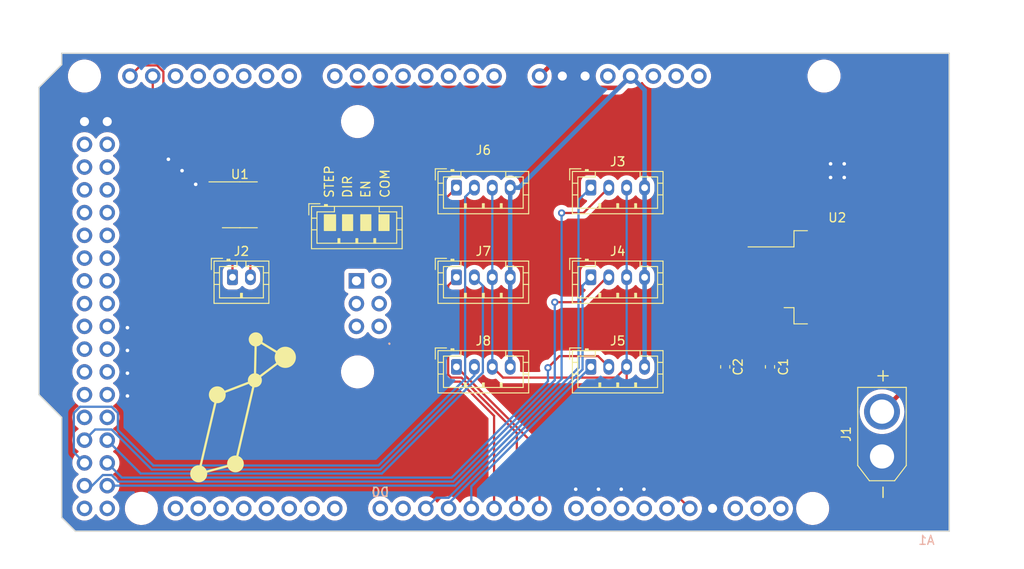
<source format=kicad_pcb>
(kicad_pcb (version 20221018) (generator pcbnew)
  (layers (0 "F.Cu" signal) (31 "B.Cu" signal) (34 "B.Paste" user) (35 "F.Paste" user) (36 "B.SilkS" user "B.Silkscreen") (37 "F.SilkS" user "F.Silkscreen") (38 "B.Mask" user) (39 "F.Mask" user) (44 "Edge.Cuts" user))
  (net 0 "")
  (net 1 "GND")
  (net 2 "Net-(U2-OUT)")
  (net 3 "Net-(A1-CANTX)")
  (net 4 "Net-(A1-3.3V)")
  (net 5 "Net-(A1-CANRX)")
  (net 7 "Net-(U1-CANL)")
  (net 8 "Net-(U1-CANH)")
  (net 10 "Net-(A1-PadD2)")
  (net 11 "Net-(A1-PadD22)")
  (net 12 "Net-(A1-PadD13)")
  (net 13 "Net-(A1-PadD3)")
  (net 14 "Net-(A1-PadD23)")
  (net 15 "Net-(A1-D4_CS1)")
  (net 16 "Net-(A1-PadD24)")
  (net 17 "Net-(A1-PadD5)")
  (net 18 "Net-(A1-PadD25)")
  (net 19 "Net-(A1-PadD6)")
  (net 20 "Net-(A1-PadD26)")
  (net 21 "Net-(A1-PadD7)")
  (net 22 "Net-(A1-PadD27)")
  (net 92 "Net-(J1-Pin_2)")
  (footprint "Connector_JST:JST_PH_B4B-PH-K_1x04_P2.00mm_Vertical" (layer "F.Cu") (at 70 40)
    (fp_text reference "J6" (at 3 -4.186) (layer "F.SilkS"))
    (fp_text value "Motor 4")
    (pad "1" thru_hole roundrect (at 0 0) (size 1.2 1.75) (drill 0.75) (layers "*.Cu" "*.Mask") (roundrect_rratio 0.2083333333) (net 17 "Net-(A1-PadD5)"))
    (pad "2" thru_hole oval (at 2 0) (size 1.2 1.75) (drill 0.75) (layers "*.Cu" "*.Mask") (net 18 "Net-(A1-PadD25)"))
    (pad "3" thru_hole oval (at 4 0) (size 1.2 1.75) (drill 0.75) (layers "*.Cu" "*.Mask") (net 12 "Net-(A1-PadD13)"))
    (pad "4" thru_hole oval (at 6 0) (size 1.2 1.75) (drill 0.75) (layers "*.Cu" "*.Mask") (net 4 "Net-(A1-3.3V)"))
  )
  (footprint "Connector_JST:JST_PH_B4B-PH-K_1x04_P2.00mm_Vertical" (layer "F.Cu") (at 70 60)
    (fp_text reference "J8" (at 3 -2.9) (layer "F.SilkS"))
    (fp_text value "Motor 6")
    (pad "1" thru_hole roundrect (at 0 0) (size 1.2 1.75) (drill 0.75) (layers "*.Cu" "*.Mask") (roundrect_rratio 0.2083333333) (net 21 "Net-(A1-PadD7)"))
    (pad "2" thru_hole oval (at 2 0) (size 1.2 1.75) (drill 0.75) (layers "*.Cu" "*.Mask") (net 22 "Net-(A1-PadD27)"))
    (pad "3" thru_hole oval (at 4 0) (size 1.2 1.75) (drill 0.75) (layers "*.Cu" "*.Mask") (net 12 "Net-(A1-PadD13)"))
    (pad "4" thru_hole oval (at 6 0) (size 1.2 1.75) (drill 0.75) (layers "*.Cu" "*.Mask") (net 4 "Net-(A1-3.3V)"))
  )
  (footprint "Capacitor_SMD:C_0603_1608Metric_Pad1.08x0.95mm_HandSolder" (layer "F.Cu") (at 100 60 -90)
    (fp_text reference "C2" (at 0 -1.43 90) (layer "F.SilkS"))
    (fp_text value "1u")
    (pad "1" smd roundrect (at -0.8625 0 270) (size 1.075 0.95) (layers "F.Cu" "F.Paste" "F.Mask") (net 2 "Net-(U2-OUT)"))
    (pad "2" smd roundrect (at 0.8625 0 270) (size 1.075 0.95) (layers "F.Cu" "F.Paste" "F.Mask") (net 1 "GND"))
  )
  (footprint "Connector_JST:JST_PH_B4B-PH-K_1x04_P2.00mm_Vertical" (layer "F.Cu") (at 55.88 43.9)
    (fp_text reference "" (at 3 -4.186) (layer "F.SilkS"))
    (fp_text value "")
    (fp_text user "EN" (at 4.572 -2.667 90 unlocked) (layer "F.SilkS") (effects (justify left bottom)))
    (fp_text user "COM" (at 6.731 -2.667 90 unlocked) (layer "F.SilkS") (effects (justify left bottom)))
    (fp_text user "STEP" (at 0.508 -2.667 90 unlocked) (layer "F.SilkS") (effects (justify left bottom)))
    (fp_text user "DIR" (at 2.54 -2.667 90 unlocked) (layer "F.SilkS") (effects (justify left bottom)))
  )
  (footprint "Package_SO:SOIC-8_3.9x4.9mm_P1.27mm" (layer "F.Cu") (at 45.8216 41.91)
    (fp_text reference "U1" (at 0 -3.4) (layer "F.SilkS"))
    (fp_text value "SN65HVD232")
    (pad "1" smd roundrect (at -2.475 -1.905) (size 1.95 0.6) (layers "F.Cu" "F.Paste" "F.Mask") (net 3 "Net-(A1-CANTX)"))
    (pad "2" smd roundrect (at -2.475 -0.635) (size 1.95 0.6) (layers "F.Cu" "F.Paste" "F.Mask") (net 1 "GND"))
    (pad "3" smd roundrect (at -2.475 0.635) (size 1.95 0.6) (layers "F.Cu" "F.Paste" "F.Mask") (net 4 "Net-(A1-3.3V)"))
    (pad "4" smd roundrect (at -2.475 1.905) (size 1.95 0.6) (layers "F.Cu" "F.Paste" "F.Mask") (net 5 "Net-(A1-CANRX)"))
    (pad "5" smd roundrect (at 2.475 1.905) (size 1.95 0.6) (layers "F.Cu" "F.Paste" "F.Mask"))
    (pad "6" smd roundrect (at 2.475 0.635) (size 1.95 0.6) (layers "F.Cu" "F.Paste" "F.Mask") (net 7 "Net-(U1-CANL)"))
    (pad "7" smd roundrect (at 2.475 -0.635) (size 1.95 0.6) (layers "F.Cu" "F.Paste" "F.Mask") (net 8 "Net-(U1-CANH)"))
    (pad "8" smd roundrect (at 2.475 -1.905) (size 1.95 0.6) (layers "F.Cu" "F.Paste" "F.Mask"))
  )
  (footprint "clipboard:a981ba70-b877-4e0c-89a4-b6b433d38724" (layer "F.Cu") (at 67.056 37.846)
    (fp_text reference "" (at 0 0) (layer "F.SilkS") (effects (font (size 1.27 1.27))))
    (fp_text value "" (at 0 0) (layer "F.SilkS") (effects (font (size 1.27 1.27))))
  )
  (footprint "Connector_JST:JST_PH_B4B-PH-K_1x04_P2.00mm_Vertical" (layer "F.Cu") (at 85 60)
    (fp_text reference "J5" (at 3 -2.9) (layer "F.SilkS"))
    (fp_text value "Motor 3")
    (pad "1" thru_hole roundrect (at 0 0) (size 1.2 1.75) (drill 0.75) (layers "*.Cu" "*.Mask") (roundrect_rratio 0.2083333333) (net 15 "Net-(A1-D4_CS1)"))
    (pad "2" thru_hole oval (at 2 0) (size 1.2 1.75) (drill 0.75) (layers "*.Cu" "*.Mask") (net 16 "Net-(A1-PadD24)"))
    (pad "3" thru_hole oval (at 4 0) (size 1.2 1.75) (drill 0.75) (layers "*.Cu" "*.Mask") (net 12 "Net-(A1-PadD13)"))
    (pad "4" thru_hole oval (at 6 0) (size 1.2 1.75) (drill 0.75) (layers "*.Cu" "*.Mask") (net 4 "Net-(A1-3.3V)"))
  )
  (footprint "arduino-library:Arduino_Due_Shield" (layer "F.Cu") (at 125 25 180)
    (fp_text reference "A1" (at 2.54 -54.356) (layer "B.SilkS") (effects (justify mirror)))
    (fp_text value "Arduino_Due_Shield")
    (fp_text user "D0" (at 63.5 -48.895 180 unlocked) (layer "B.SilkS") (effects (justify mirror)))
    (fp_text user "." (at 62.484 -32.004) (layer "B.SilkS"))
    (fp_text user "." (at 62.484 -32.004) (layer "F.SilkS"))
    (fp_text user "D0" (at 63.5 -48.895 180 unlocked) (layer "F.SilkS"))
    (fp_line (start 0 -53.34) (end 0 0) (stroke (width 0.15)) (layer "Edge.Cuts"))
    (fp_line (start 0 -53.34) (end 97.536 -53.34) (stroke (width 0.15)) (layer "Edge.Cuts"))
    (fp_line (start 0 0) (end 99.06 0) (stroke (width 0.15)) (layer "Edge.Cuts"))
    (fp_line (start 97.536 -53.34) (end 99.06 -51.816) (stroke (width 0.15)) (layer "Edge.Cuts"))
    (fp_line (start 99.06 -40.64) (end 99.06 -51.816) (stroke (width 0.15)) (layer "Edge.Cuts"))
    (fp_line (start 99.06 -1.27) (end 101.6 -3.81) (stroke (width 0.15)) (layer "Edge.Cuts"))
    (fp_line (start 99.06 0) (end 99.06 -1.27) (stroke (width 0.15)) (layer "Edge.Cuts"))
    (fp_line (start 101.6 -38.1) (end 99.06 -40.64) (stroke (width 0.15)) (layer "Edge.Cuts"))
    (fp_line (start 101.6 -3.81) (end 101.6 -38.1) (stroke (width 0.15)) (layer "Edge.Cuts"))
    (pad "" np_thru_hole circle (at 13.97 -2.54 180) (size 3.2 3.2) (drill 3.2) (layers "*.Cu" "*.Mask"))
    (pad "" np_thru_hole circle (at 15.24 -50.8 180) (size 3.2 3.2) (drill 3.2) (layers "*.Cu" "*.Mask"))
    (pad "" thru_hole oval (at 27.94 -2.54 180) (size 1.7272 1.7272) (drill 1.016) (layers "*.Cu" "*.Mask"))
    (pad "" np_thru_hole circle (at 66.04 -35.56 180) (size 3.2 3.2) (drill 3.2) (layers "*.Cu" "*.Mask"))
    (pad "" np_thru_hole circle (at 66.04 -7.62 180) (size 3.2 3.2) (drill 3.2) (layers "*.Cu" "*.Mask"))
    (pad "" np_thru_hole circle (at 90.17 -50.8 180) (size 3.2 3.2) (drill 3.2) (layers "*.Cu" "*.Mask"))
    (pad "" np_thru_hole circle (at 96.52 -2.54 180) (size 3.2 3.2) (drill 3.2) (layers "*.Cu" "*.Mask"))
    (pad "3V3" thru_hole oval (at 35.56 -2.54 180) (size 1.7272 1.7272) (drill 1.016) (layers "*.Cu" "*.Mask") (net 4 "Net-(A1-3.3V)"))
    (pad "5V1" thru_hole oval (at 38.1 -2.54 180) (size 1.7272 1.7272) (drill 1.016) (layers "*.Cu" "*.Mask"))
    (pad "5V2" thru_hole oval (at 66.167 -30.48 180) (size 1.7272 1.7272) (drill 1.016) (layers "*.Cu" "*.Mask"))
    (pad "5V3" thru_hole oval (at 93.98 -50.8 180) (size 1.7272 1.7272) (drill 1.016) (layers "*.Cu" "*.Mask"))
    (pad "5V4" thru_hole oval (at 96.52 -50.8 180) (size 1.7272 1.7272) (drill 1.016) (layers "*.Cu" "*.Mask"))
    (pad "A0" thru_hole oval (at 50.8 -2.54 180) (size 1.7272 1.7272) (drill 1.016) (layers "*.Cu" "*.Mask"))
    (pad "A1" thru_hole oval (at 53.34 -2.54 180) (size 1.7272 1.7272) (drill 1.016) (layers "*.Cu" "*.Mask"))
    (pad "A2" thru_hole oval (at 55.88 -2.54 180) (size 1.7272 1.7272) (drill 1.016) (layers "*.Cu" "*.Mask"))
    (pad "A3" thru_hole oval (at 58.42 -2.54 180) (size 1.7272 1.7272) (drill 1.016) (layers "*.Cu" "*.Mask"))
    (pad "A4" thru_hole oval (at 60.96 -2.54 180) (size 1.7272 1.7272) (drill 1.016) (layers "*.Cu" "*.Mask"))
    (pad "A5" thru_hole oval (at 63.5 -2.54 180) (size 1.7272 1.7272) (drill 1.016) (layers "*.Cu" "*.Mask"))
    (pad "A6" thru_hole oval (at 66.04 -2.54 180) (size 1.7272 1.7272) (drill 1.016) (layers "*.Cu" "*.Mask"))
    (pad "A7" thru_hole oval (at 68.58 -2.54 180) (size 1.7272 1.7272) (drill 1.016) (layers "*.Cu" "*.Mask"))
    (pad "A8" thru_hole oval (at 73.66 -2.54 180) (size 1.7272 1.7272) (drill 1.016) (layers "*.Cu" "*.Mask"))
    (pad "A9" thru_hole oval (at 76.2 -2.54 180) (size 1.7272 1.7272) (drill 1.016) (layers "*.Cu" "*.Mask"))
    (pad "A10" thru_hole oval (at 78.74 -2.54 180) (size 1.7272 1.7272) (drill 1.016) (layers "*.Cu" "*.Mask"))
    (pad "A11" thru_hole oval (at 81.28 -2.54 180) (size 1.7272 1.7272) (drill 1.016) (layers "*.Cu" "*.Mask"))
    (pad "AREF" thru_hole oval (at 23.876 -50.8 180) (size 1.7272 1.7272) (drill 1.016) (layers "*.Cu" "*.Mask"))
    (pad "CANR" thru_hole oval (at 88.9 -2.54 180) (size 1.7272 1.7272) (drill 1.016) (layers "*.Cu" "*.Mask") (net 5 "Net-(A1-CANRX)"))
    (pad "CANT" thru_hole oval (at 91.44 -2.54 180) (size 1.7272 1.7272) (drill 1.016) (layers "*.Cu" "*.Mask") (net 3 "Net-(A1-CANTX)"))
    (pad "D0" thru_hole oval (at 63.5 -50.8 180) (size 1.7272 1.7272) (drill 1.016) (layers "*.Cu" "*.Mask"))
    (pad "D1" thru_hole oval (at 60.96 -50.8 180) (size 1.7272 1.7272) (drill 1.016) (layers "*.Cu" "*.Mask"))
    (pad "D2" thru_hole oval (at 58.42 -50.8 180) (size 1.7272 1.7272) (drill 1.016) (layers "*.Cu" "*.Mask") (net 10 "Net-(A1-PadD2)"))
    (pad "D3" thru_hole oval (at 55.88 -50.8 180) (size 1.7272 1.7272) (drill 1.016) (layers "*.Cu" "*.Mask") (net 13 "Net-(A1-PadD3)"))
    (pad "D4" thru_hole oval (at 53.34 -50.8 180) (size 1.7272 1.7272) (drill 1.016) (layers "*.Cu" "*.Mask") (net 15 "Net-(A1-D4_CS1)"))
    (pad "D5" thru_hole oval (at 50.8 -50.8 180) (size 1.7272 1.7272) (drill 1.016) (layers "*.Cu" "*.Mask") (net 17 "Net-(A1-PadD5)"))
    (pad "D6" thru_hole oval (at 48.26 -50.8 180) (size 1.7272 1.7272) (drill 1.016) (layers "*.Cu" "*.Mask") (net 19 "Net-(A1-PadD6)"))
    (pad "D7" thru_hole oval (at 45.72 -50.8 180) (size 1.7272 1.7272) (drill 1.016) (layers "*.Cu" "*.Mask") (net 21 "Net-(A1-PadD7)"))
    (pad "D8" thru_hole oval (at 41.656 -50.8 180) (size 1.7272 1.7272) (drill 1.016) (layers "*.Cu" "*.Mask"))
    (pad "D9" thru_hole oval (at 39.116 -50.8 180) (size 1.7272 1.7272) (drill 1.016) (layers "*.Cu" "*.Mask"))
    (pad "D10" thru_hole oval (at 36.576 -50.8 180) (size 1.7272 1.7272) (drill 1.016) (layers "*.Cu" "*.Mask"))
    (pad "D11" thru_hole oval (at 34.036 -50.8 180) (size 1.7272 1.7272) (drill 1.016) (layers "*.Cu" "*.Mask"))
    (pad "D12" thru_hole oval (at 31.496 -50.8 180) (size 1.7272 1.7272) (drill 1.016) (layers "*.Cu" "*.Mask"))
    (pad "D13" thru_hole oval (at 28.956 -50.8 180) (size 1.7272 1.7272) (drill 1.016) (layers "*.Cu" "*.Mask") (net 12 "Net-(A1-PadD13)"))
    (pad "D14" thru_hole oval (at 68.58 -50.8 180) (size 1.7272 1.7272) (drill 1.016) (layers "*.Cu" "*.Mask"))
    (pad "D15" thru_hole oval (at 71.12 -50.8 180) (size 1.7272 1.7272) (drill 1.016) (layers "*.Cu" "*.Mask"))
    (pad "D16" thru_hole oval (at 73.66 -50.8 180) (size 1.7272 1.7272) (drill 1.016) (layers "*.Cu" "*.Mask"))
    (pad "D17" thru_hole oval (at 76.2 -50.8 180) (size 1.7272 1.7272) (drill 1.016) (layers "*.Cu" "*.Mask"))
    (pad "D18" thru_hole oval (at 78.74 -50.8 180) (size 1.7272 1.7272) (drill 1.016) (layers "*.Cu" "*.Mask"))
    (pad "D19" thru_hole oval (at 81.28 -50.8 180) (size 1.7272 1.7272) (drill 1.016) (layers "*.Cu" "*.Mask"))
    (pad "D20" thru_hole oval (at 83.82 -50.8 180) (size 1.7272 1.7272) (drill 1.016) (layers "*.Cu" "*.Mask"))
    (pad "D21" thru_hole oval (at 86.36 -50.8 180) (size 1.7272 1.7272) (drill 1.016) (layers "*.Cu" "*.Mask"))
    (pad "D22" thru_hole oval (at 93.98 -48.26 180) (size 1.7272 1.7272) (drill 1.016) (layers "*.Cu" "*.Mask") (net 11 "Net-(A1-PadD22)"))
    (pad "D23" thru_hole oval (at 96.52 -48.26 180) (size 1.7272 1.7272) (drill 1.016) (layers "*.Cu" "*.Mask") (net 14 "Net-(A1-PadD23)"))
    (pad "D24" thru_hole oval (at 93.98 -45.72 180) (size 1.7272 1.7272) (drill 1.016) (layers "*.Cu" "*.Mask") (net 16 "Net-(A1-PadD24)"))
    (pad "D25" thru_hole oval (at 96.52 -45.72 180) (size 1.7272 1.7272) (drill 1.016) (layers "*.Cu" "*.Mask") (net 18 "Net-(A1-PadD25)"))
    (pad "D26" thru_hole oval (at 93.98 -43.18 180) (size 1.7272 1.7272) (drill 1.016) (layers "*.Cu" "*.Mask") (net 20 "Net-(A1-PadD26)"))
    (pad "D27" thru_hole oval (at 96.52 -43.18 180) (size 1.7272 1.7272) (drill 1.016) (layers "*.Cu" "*.Mask") (net 22 "Net-(A1-PadD27)"))
    (pad "D28" thru_hole oval (at 93.98 -40.64 180) (size 1.7272 1.7272) (drill 1.016) (layers "*.Cu" "*.Mask"))
    (pad "D29" thru_hole oval (at 96.52 -40.64 180) (size 1.7272 1.7272) (drill 1.016) (layers "*.Cu" "*.Mask"))
    (pad "D30" thru_hole oval (at 93.98 -38.1 180) (size 1.7272 1.7272) (drill 1.016) (layers "*.Cu" "*.Mask"))
    (pad "D31" thru_hole oval (at 96.52 -38.1 180) (size 1.7272 1.7272) (drill 1.016) (layers "*.Cu" "*.Mask"))
    (pad "D32" thru_hole oval (at 93.98 -35.56 180) (size 1.7272 1.7272) (drill 1.016) (layers "*.Cu" "*.Mask"))
    (pad "D33" thru_hole oval (at 96.52 -35.56 180) (size 1.7272 1.7272) (drill 1.016) (layers "*.Cu" "*.Mask"))
    (pad "D34" thru_hole oval (at 93.98 -33.02 180) (size 1.7272 1.7272) (drill 1.016) (layers "*.Cu" "*.Mask"))
    (pad "D35" thru_hole oval (at 96.52 -33.02 180) (size 1.7272 1.7272) (drill 1.016) (layers "*.Cu" "*.Mask"))
    (pad "D36" thru_hole oval (at 93.98 -30.48 180) (size 1.7272 1.7272) (drill 1.016) (layers "*.Cu" "*.Mask"))
    (pad "D37" thru_hole oval (at 96.52 -30.48 180) (size 1.7272 1.7272) (drill 1.016) (layers "*.Cu" "*.Mask"))
    (pad "D38" thru_hole oval (at 93.98 -27.94 180) (size 1.7272 1.7272) (drill 1.016) (layers "*.Cu" "*.Mask"))
    (pad "D39" thru_hole oval (at 96.52 -27.94 180) (size 1.7272 1.7272) (drill 1.016) (layers "*.Cu" "*.Mask"))
    (pad "D40" thru_hole oval (at 93.98 -25.4 180) (size 1.7272 1.7272) (drill 1.016) (layers "*.Cu" "*.Mask"))
    (pad "D41" thru_hole oval (at 96.52 -25.4 180) (size 1.7272 1.7272) (drill 1.016) (layers "*.Cu" "*.Mask"))
    (pad "D42" thru_hole oval (at 93.98 -22.86 180) (size 1.7272 1.7272) (drill 1.016) (layers "*.Cu" "*.Mask"))
    (pad "D43" thru_hole oval (at 96.52 -22.86 180) (size 1.7272 1.7272) (drill 1.016) (layers "*.Cu" "*.Mask"))
    (pad "D44" thru_hole oval (at 93.98 -20.32 180) (size 1.7272 1.7272) (drill 1.016) (layers "*.Cu" "*.Mask"))
    (pad "D45" thru_hole oval (at 96.52 -20.32 180) (size 1.7272 1.7272) (drill 1.016) (layers "*.Cu" "*.Mask"))
    (pad "D46" thru_hole oval (at 93.98 -17.78 180) (size 1.7272 1.7272) (drill 1.016) (layers "*.Cu" "*.Mask"))
    (pad "D47" thru_hole oval (at 96.52 -17.78 180) (size 1.7272 1.7272) (drill 1.016) (layers "*.Cu" "*.Mask"))
    (pad "D48" thru_hole oval (at 93.98 -15.24 180) (size 1.7272 1.7272) (drill 1.016) (layers "*.Cu" "*.Mask"))
    (pad "D49" thru_hole oval (at 96.52 -15.24 180) (size 1.7272 1.7272) (drill 1.016) (layers "*.Cu" "*.Mask"))
    (pad "D50" thru_hole oval (at 93.98 -12.7 180) (size 1.7272 1.7272) (drill 1.016) (layers "*.Cu" "*.Mask"))
    (pad "D51" thru_hole oval (at 96.52 -12.7 180) (size 1.7272 1.7272) (drill 1.016) (layers "*.Cu" "*.Mask"))
    (pad "D52" thru_hole oval (at 93.98 -10.16 180) (size 1.7272 1.7272) (drill 1.016) (layers "*.Cu" "*.Mask"))
    (pad "D53" thru_hole oval (at 96.52 -10.16 180) (size 1.7272 1.7272) (drill 1.016) (layers "*.Cu" "*.Mask"))
    (pad "DAC0" thru_hole oval (at 83.82 -2.54 180) (size 1.7272 1.7272) (drill 1.016) (layers "*.Cu" "*.Mask"))
    (pad "DAC1" thru_hole oval (at 86.36 -2.54 180) (size 1.7272 1.7272) (drill 1.016) (layers "*.Cu" "*.Mask"))
    (pad "GND1" thru_hole rect (at 26.416 -50.8 180) (size 1.7272 1.7272) (drill 1.016) (layers "*.Cu" "*.Mask") (net 1 "GND"))
    (pad "GND2" thru_hole rect (at 40.64 -2.54 180) (size 1.7272 1.7272) (drill 1.016) (layers "*.Cu" "*.Mask") (net 1 "GND"))
    (pad "GND3" thru_hole rect (at 43.18 -2.54 180) (size 1.7272 1.7272) (drill 1.016) (layers "*.Cu" "*.Mask") (net 1 "GND"))
    (pad "GND4" thru_hole rect (at 66.167 -25.4 180) (size 1.7272 1.7272) (drill 1.016) (layers "*.Cu" "*.Mask"))
    (pad "GND5" thru_hole rect (at 93.98 -7.62 180) (size 1.7272 1.7272) (drill 1.016) (layers "*.Cu" "*.Mask") (net 1 "GND"))
    (pad "GND6" thru_hole rect (at 96.52 -7.62 180) (size 1.7272 1.7272) (drill 1.016) (layers "*.Cu" "*.Mask") (net 1 "GND"))
    (pad "IORF" thru_hole oval (at 30.48 -2.54 180) (size 1.7272 1.7272) (drill 1.016) (layers "*.Cu" "*.Mask"))
    (pad "MISO" thru_hole oval (at 63.627 -30.48 180) (size 1.7272 1.7272) (drill 1.016) (layers "*.Cu" "*.Mask"))
    (pad "MOSI" thru_hole oval (at 66.167 -27.94 180) (size 1.7272 1.7272) (drill 1.016) (layers "*.Cu" "*.Mask"))
    (pad "RST1" thru_hole oval (at 33.02 -2.54 180) (size 1.7272 1.7272) (drill 1.016) (layers "*.Cu" "*.Mask"))
    (pad "RST2" thru_hole oval (at 63.627 -25.4 180) (size 1.7272 1.7272) (drill 1.016) (layers "*.Cu" "*.Mask"))
    (pad "SCK" thru_hole oval (at 63.627 -27.94 180) (size 1.7272 1.7272) (drill 1.016) (layers "*.Cu" "*.Mask"))
    (pad "SCL1" thru_hole oval (at 18.796 -50.8 180) (size 1.7272 1.7272) (drill 1.016) (layers "*.Cu" "*.Mask"))
    (pad "SDA1" thru_hole oval (at 21.336 -50.8 180) (size 1.7272 1.7272) (drill 1.016) (layers "*.Cu" "*.Mask"))
    (pad "VIN" thru_hole oval (at 45.72 -2.54 180) (size 1.7272 1.7272) (drill 1.016) (layers "*.Cu" "*.Mask") (net 2 "Net-(U2-OUT)"))
  )
  (footprint "Connector_AMASS:AMASS_XT30U-F_1x02_P5.0mm_Vertical" (layer "F.Cu") (at 117.5 70 90)
    (fp_text reference "J1" (at 2.5 -4 90) (layer "F.SilkS"))
    (fp_text value "Power In")
    (fp_text user "+" (at 9 0 90) (layer "F.SilkS") (effects (font (size 1.5 1.5))))
    (fp_text user "-" (at -4 0 90) (layer "F.SilkS") (effects (font (size 1.5 1.5))))
    (pad "1" thru_hole rect (at 0 0 90) (size 3.8 3.8) (drill 2.7) (layers "*.Cu" "*.Mask") (net 1 "GND"))
    (pad "2" thru_hole circle (at 5 0 90) (size 4 4) (drill 2.7) (layers "*.Cu" "*.Mask") (net 92 "Net-(J1-Pin_2)"))
  )
  (footprint "Connector_JST:JST_PH_B2B-PH-K_1x02_P2.00mm_Vertical" (layer "F.Cu") (at 45 50)
    (fp_text reference "J2" (at 1 -2.9) (layer "F.SilkS"))
    (fp_text value "CAN")
    (pad "1" thru_hole roundrect (at 0 0) (size 1.2 1.75) (drill 0.75) (layers "*.Cu" "*.Mask") (roundrect_rratio 0.2083333333) (net 8 "Net-(U1-CANH)"))
    (pad "2" thru_hole oval (at 2 0) (size 1.2 1.75) (drill 0.75) (layers "*.Cu" "*.Mask") (net 7 "Net-(U1-CANL)"))
  )
  (footprint "Package_TO_SOT_SMD:TO-263-2" (layer "F.Cu") (at 112.5 50)
    (fp_text reference "U2" (at 0 -6.65) (layer "F.SilkS"))
    (fp_text value "L7812")
    (pad "1" smd roundrect (at -7.65 -2.54) (size 4.6 1.1) (layers "F.Cu" "F.Paste" "F.Mask") (roundrect_rratio 0.2272727273) (net 92 "Net-(J1-Pin_2)"))
    (pad "2" smd roundrect (at -0.925 -2.775) (size 4.55 5.25) (layers "F.Cu" "F.Paste") (roundrect_rratio 0.05494505495) (net 1 "GND"))
    (pad "2" smd roundrect (at -0.925 2.775) (size 4.55 5.25) (layers "F.Cu" "F.Paste") (roundrect_rratio 0.05494505495) (net 1 "GND"))
    (pad "2" smd roundrect (at 1.5 0) (size 9.4 10.8) (layers "F.Cu" "F.Mask") (roundrect_rratio 0.02659595745) (net 1 "GND"))
    (pad "2" smd roundrect (at 3.925 -2.775) (size 4.55 5.25) (layers "F.Cu" "F.Paste") (roundrect_rratio 0.05494505495) (net 1 "GND"))
    (pad "2" smd roundrect (at 3.925 2.775) (size 4.55 5.25) (layers "F.Cu" "F.Paste") (roundrect_rratio 0.05494505495) (net 1 "GND"))
    (pad "3" smd roundrect (at -7.65 2.54) (size 4.6 1.1) (layers "F.Cu" "F.Paste" "F.Mask") (roundrect_rratio 0.2272727273) (net 2 "Net-(U2-OUT)"))
  )
  (footprint "Connector_JST:JST_PH_B4B-PH-K_1x04_P2.00mm_Vertical" (layer "F.Cu") (at 70 50)
    (fp_text reference "J7" (at 3 -2.9) (layer "F.SilkS"))
    (fp_text value "Motor 5")
    (pad "1" thru_hole roundrect (at 0 0) (size 1.2 1.75) (drill 0.75) (layers "*.Cu" "*.Mask") (roundrect_rratio 0.2083333333) (net 19 "Net-(A1-PadD6)"))
    (pad "2" thru_hole oval (at 2 0) (size 1.2 1.75) (drill 0.75) (layers "*.Cu" "*.Mask") (net 20 "Net-(A1-PadD26)"))
    (pad "3" thru_hole oval (at 4 0) (size 1.2 1.75) (drill 0.75) (layers "*.Cu" "*.Mask") (net 12 "Net-(A1-PadD13)"))
    (pad "4" thru_hole oval (at 6 0) (size 1.2 1.75) (drill 0.75) (layers "*.Cu" "*.Mask") (net 4 "Net-(A1-3.3V)"))
  )
  (footprint "Connector_JST:JST_PH_B4B-PH-K_1x04_P2.00mm_Vertical" (layer "F.Cu") (at 85 40)
    (fp_text reference "J3" (at 3 -2.9) (layer "F.SilkS"))
    (fp_text value "Motor 1")
    (pad "1" thru_hole roundrect (at 0 0) (size 1.2 1.75) (drill 0.75) (layers "*.Cu" "*.Mask") (roundrect_rratio 0.2083333333) (net 10 "Net-(A1-PadD2)"))
    (pad "2" thru_hole oval (at 2 0) (size 1.2 1.75) (drill 0.75) (layers "*.Cu" "*.Mask") (net 11 "Net-(A1-PadD22)"))
    (pad "3" thru_hole oval (at 4 0) (size 1.2 1.75) (drill 0.75) (layers "*.Cu" "*.Mask") (net 12 "Net-(A1-PadD13)"))
    (pad "4" thru_hole oval (at 6 0) (size 1.2 1.75) (drill 0.75) (layers "*.Cu" "*.Mask") (net 4 "Net-(A1-3.3V)"))
  )
  (footprint "Capacitor_SMD:C_0603_1608Metric_Pad1.08x0.95mm_HandSolder" (layer "F.Cu") (at 105 60 90)
    (fp_text reference "C1" (at 0 1.49 90) (layer "F.SilkS"))
    (fp_text value "0.33u")
    (pad "1" smd roundrect (at -0.8625 0 90) (size 1.075 0.95) (layers "F.Cu" "F.Paste" "F.Mask") (net 1 "GND"))
    (pad "2" smd roundrect (at 0.8625 0 90) (size 1.075 0.95) (layers "F.Cu" "F.Paste" "F.Mask") (net 92 "Net-(J1-Pin_2)"))
  )
  (footprint "Connector_JST:JST_PH_B4B-PH-K_1x04_P2.00mm_Vertical" (layer "F.Cu") (at 85 50)
    (fp_text reference "J4" (at 3 -2.9) (layer "F.SilkS"))
    (fp_text value "Motor 2")
    (pad "1" thru_hole roundrect (at 0 0) (size 1.2 1.75) (drill 0.75) (layers "*.Cu" "*.Mask") (roundrect_rratio 0.2083333333) (net 13 "Net-(A1-PadD3)"))
    (pad "2" thru_hole oval (at 2 0) (size 1.2 1.75) (drill 0.75) (layers "*.Cu" "*.Mask") (net 14 "Net-(A1-PadD23)"))
    (pad "3" thru_hole oval (at 4 0) (size 1.2 1.75) (drill 0.75) (layers "*.Cu" "*.Mask") (net 12 "Net-(A1-PadD13)"))
    (pad "4" thru_hole oval (at 6 0) (size 1.2 1.75) (drill 0.75) (layers "*.Cu" "*.Mask") (net 4 "Net-(A1-3.3V)"))
  )
  (gr_circle (center 41.229757 71.934172) (end 42.106267 71.934172) (stroke (width 0.15)) (fill solid) (layer "F.SilkS"))
  (gr_circle (center 47.5 61.5) (end 48.209962 61.5) (stroke (width 0.15)) (fill solid) (layer "F.SilkS"))
  (gr_line (start 41.229757 71.934172) (end 43.303254 63.115494) (stroke (width 0.25)) (layer "F.SilkS"))
  (gr_circle (center 43.303254 63.115494) (end 44.168499 63.115494) (stroke (width 0.15)) (fill solid) (layer "F.SilkS"))
  (gr_line (start 45.332465 70.832033) (end 47.5 61.5) (stroke (width 0.25)) (layer "F.SilkS"))
  (gr_circle (center 45.332465 70.832033) (end 46.19242 70.832033) (stroke (width 0.15)) (fill solid) (layer "F.SilkS"))
  (gr_line (start 43.303254 63.115494) (end 47.5 61.5) (stroke (width 0.25)) (layer "F.SilkS"))
  (gr_circle (center 50.897827 58.935791) (end 52.005593 58.935791) (stroke (width 0.15)) (fill solid) (layer "F.SilkS"))
  (gr_line (start 50.897827 58.935791) (end 47.5 61.5) (stroke (width 0.25)) (layer "F.SilkS"))
  (gr_line (start 47.600556 56.934172) (end 50.897827 58.935791) (stroke (width 0.25)) (layer "F.SilkS"))
  (gr_circle (center 47.600556 56.934172) (end 48.315623 56.934172) (stroke (width 0.15)) (fill solid) (layer "F.SilkS"))
  (gr_line (start 41.229757 71.934172) (end 45.332465 70.832033) (stroke (width 0.25)) (layer "F.SilkS"))
  (gr_line (start 47.5 61.5) (end 47.600556 56.934172) (stroke (width 0.25)) (layer "F.SilkS"))
  (via (at 111.76 37.338) (size 0.8) (drill 0.4) (layers "F.Cu" "B.Cu") (net 1))
  (via (at 33.274 60.706) (size 0.8) (drill 0.4) (layers "F.Cu" "B.Cu") (net 1))
  (via (at 39.37 38.1) (size 0.8) (drill 0.4) (layers "F.Cu" "B.Cu") (net 1))
  (via (at 113.284 37.338) (size 0.8) (drill 0.4) (layers "F.Cu" "B.Cu") (net 1))
  (via (at 90.932 73.66) (size 0.8) (drill 0.4) (layers "F.Cu" "B.Cu") (net 1))
  (via (at 113.284 38.862) (size 0.8) (drill 0.4) (layers "F.Cu" "B.Cu") (net 1))
  (via (at 40.894 39.624) (size 0.8) (drill 0.4) (layers "F.Cu" "B.Cu") (net 1))
  (via (at 33.274 63.246) (size 0.8) (drill 0.4) (layers "F.Cu" "B.Cu") (net 1))
  (via (at 83.312 73.66) (size 0.8) (drill 0.4) (layers "F.Cu" "B.Cu") (net 1))
  (via (at 88.392 73.66) (size 0.8) (drill 0.4) (layers "F.Cu" "B.Cu") (net 1))
  (via (at 33.274 58.166) (size 0.8) (drill 0.4) (layers "F.Cu" "B.Cu") (net 1))
  (via (at 85.852 73.66) (size 0.8) (drill 0.4) (layers "F.Cu" "B.Cu") (net 1))
  (via (at 111.76 38.862) (size 0.8) (drill 0.4) (layers "F.Cu" "B.Cu") (net 1))
  (via (at 37.846 36.83) (size 0.8) (drill 0.4) (layers "F.Cu" "B.Cu") (net 1))
  (via (at 33.274 55.626) (size 0.8) (drill 0.4) (layers "F.Cu" "B.Cu") (net 1))
  (segment (start 104.85 52.54) (end 101.2444 48.9344) (width 0.5) (layer "F.Cu") (net 2))
  (segment (start 104.8512 54.2863) (end 104.8512 52.5412) (width 0.25) (layer "F.Cu") (net 2))
  (segment (start 80.912 25.908) (end 79.28 27.54) (width 0.5) (layer "F.Cu") (net 2))
  (segment (start 101.2444 25.908) (end 80.912 25.908) (width 0.5) (layer "F.Cu") (net 2))
  (segment (start 101.2444 48.9344) (end 101.2444 25.908) (width 0.5) (layer "F.Cu") (net 2))
  (segment (start 100 59.1375) (end 104.8512 54.2863) (width 0.25) (layer "F.Cu") (net 2))
  (segment (start 104.8512 52.5412) (end 104.85 52.54) (width 0.25) (layer "F.Cu") (net 2))
  (segment (start 43.3466 40.005) (end 37.2886 33.947) (width 0.25) (layer "F.Cu") (net 3))
  (segment (start 34.7486 26.3514) (end 33.56 27.54) (width 0.25) (layer "F.Cu") (net 3))
  (segment (start 36.592335 26.3514) (end 34.7486 26.3514) (width 0.25) (layer "F.Cu") (net 3))
  (segment (start 37.2886 27.047665) (end 36.592335 26.3514) (width 0.25) (layer "F.Cu") (net 3))
  (segment (start 37.2886 33.947) (end 37.2886 27.047665) (width 0.25) (layer "F.Cu") (net 3))
  (segment (start 88.1264 28.8536) (end 89.44 27.54) (width 0.5) (layer "F.Cu") (net 4))
  (segment (start 57.620316 28.8536) (end 88.1264 28.8536) (width 0.5) (layer "F.Cu") (net 4))
  (segment (start 43.928916 42.545) (end 57.620316 28.8536) (width 0.5) (layer "F.Cu") (net 4))
  (segment (start 43.3466 42.545) (end 43.928916 42.545) (width 0.5) (layer "F.Cu") (net 4))
  (segment (start 91 40) (end 91 50) (width 0.5) (layer "B.Cu") (net 4))
  (segment (start 76 60) (end 76 50) (width 0.5) (layer "B.Cu") (net 4))
  (segment (start 91 29.1) (end 89.44 27.54) (width 0.5) (layer "B.Cu") (net 4))
  (segment (start 76 40) (end 76 50) (width 0.5) (layer "B.Cu") (net 4))
  (segment (start 76 40) (end 76.98 40) (width 0.5) (layer "B.Cu") (net 4))
  (segment (start 91 60) (end 91 50) (width 0.5) (layer "B.Cu") (net 4))
  (segment (start 91 40) (end 91 29.1) (width 0.5) (layer "B.Cu") (net 4))
  (segment (start 76.98 40) (end 89.44 27.54) (width 0.5) (layer "B.Cu") (net 4))
  (segment (start 42.371601 43.815) (end 36.1 37.543399) (width 0.25) (layer "F.Cu") (net 5))
  (segment (start 36.1 37.543399) (end 36.1 27.54) (width 0.25) (layer "F.Cu") (net 5))
  (segment (start 43.3466 43.815) (end 42.371601 43.815) (width 0.25) (layer "F.Cu") (net 5))
  (segment (start 46.9966 43.464092) (end 47.915692 42.545) (width 0.25) (layer "F.Cu") (net 7))
  (segment (start 47.915692 42.545) (end 48.2966 42.545) (width 0.25) (layer "F.Cu") (net 7))
  (segment (start 46.9966 49.9966) (end 46.9966 43.464092) (width 0.25) (layer "F.Cu") (net 7))
  (segment (start 47 50) (end 46.9966 49.9966) (width 0.25) (layer "F.Cu") (net 7))
  (segment (start 45 44.190692) (end 47.915692 41.275) (width 0.25) (layer "F.Cu") (net 8))
  (segment (start 45 50) (end 45 44.190692) (width 0.25) (layer "F.Cu") (net 8))
  (segment (start 47.915692 41.275) (end 48.2966 41.275) (width 0.25) (layer "F.Cu") (net 8))
  (segment (start 67.7686 74.6114) (end 69.115808 74.6114) (width 0.25) (layer "B.Cu") (net 10))
  (segment (start 66.58 75.8) (end 67.7686 74.6114) (width 0.25) (layer "B.Cu") (net 10))
  (segment (start 83.625 60.102208) (end 83.625 41.375) (width 0.25) (layer "B.Cu") (net 10))
  (segment (start 69.115808 74.6114) (end 83.625 60.102208) (width 0.25) (layer "B.Cu") (net 10))
  (segment (start 83.625 41.375) (end 85 40) (width 0.25) (layer "B.Cu") (net 10))
  (segment (start 84.1756 42.8244) (end 87 40) (width 0.25) (layer "F.Cu") (net 11))
  (segment (start 81.7372 42.8244) (end 84.1756 42.8244) (width 0.25) (layer "F.Cu") (net 11))
  (via (at 81.7372 42.8244) (size 0.8) (drill 0.4) (layers "F.Cu" "B.Cu") (net 11))
  (segment (start 81.7372 61.353612) (end 81.7372 42.8244) (width 0.25) (layer "B.Cu") (net 11))
  (segment (start 31.02 73.26) (end 69.830812 73.26) (width 0.25) (layer "B.Cu") (net 11))
  (segment (start 69.830812 73.26) (end 81.7372 61.353612) (width 0.25) (layer "B.Cu") (net 11))
  (segment (start 75.2 61.2) (end 87.8 61.2) (width 0.25) (layer "F.Cu") (net 12))
  (segment (start 89 68.756) (end 96.044 75.8) (width 0.25) (layer "F.Cu") (net 12))
  (segment (start 74 60) (end 75.2 61.2) (width 0.25) (layer "F.Cu") (net 12))
  (segment (start 87.8 61.2) (end 89 60) (width 0.25) (layer "F.Cu") (net 12))
  (segment (start 89 60) (end 89 68.756) (width 0.25) (layer "F.Cu") (net 12))
  (segment (start 89 60) (end 89 50) (width 0.25) (layer "B.Cu") (net 12))
  (segment (start 74 50) (end 74 40) (width 0.25) (layer "B.Cu") (net 12))
  (segment (start 74 60) (end 74 50) (width 0.25) (layer "B.Cu") (net 12))
  (segment (start 89 40) (end 89 50) (width 0.25) (layer "B.Cu") (net 12))
  (segment (start 69.12 75.243604) (end 84.075 60.288604) (width 0.25) (layer "B.Cu") (net 13))
  (segment (start 84.075 50.925) (end 85 50) (width 0.25) (layer "B.Cu") (net 13))
  (segment (start 69.12 75.8) (end 69.12 75.243604) (width 0.25) (layer "B.Cu") (net 13))
  (segment (start 84.075 60.288604) (end 84.075 50.925) (width 0.25) (layer "B.Cu") (net 13))
  (segment (start 84.0139 52.7812) (end 86.7951 50) (width 0.25) (layer "F.Cu") (net 14))
  (segment (start 80.9752 52.7812) (end 84.0139 52.7812) (width 0.25) (layer "F.Cu") (net 14))
  (segment (start 86.7951 50) (end 87 50) (width 0.25) (layer "F.Cu") (net 14))
  (via (at 80.9752 52.7812) (size 0.8) (drill 0.4) (layers "F.Cu" "B.Cu") (net 14))
  (segment (start 80.9752 61.479216) (end 80.9752 52.7812) (width 0.25) (layer "B.Cu") (net 14))
  (segment (start 30.527665 72.0714) (end 31.512335 72.0714) (width 0.25) (layer "B.Cu") (net 14))
  (segment (start 28.9816 73.7616) (end 28.9816 73.617465) (width 0.25) (layer "B.Cu") (net 14))
  (segment (start 32.250935 72.81) (end 69.644416 72.81) (width 0.25) (layer "B.Cu") (net 14))
  (segment (start 31.512335 72.0714) (end 32.250935 72.81) (width 0.25) (layer "B.Cu") (net 14))
  (segment (start 28.48 73.26) (end 28.9816 73.7616) (width 0.25) (layer "B.Cu") (net 14))
  (segment (start 69.644416 72.81) (end 80.9752 61.479216) (width 0.25) (layer "B.Cu") (net 14))
  (segment (start 28.9816 73.617465) (end 30.527665 72.0714) (width 0.25) (layer "B.Cu") (net 14))
  (segment (start 71.66 73.34) (end 85 60) (width 0.25) (layer "B.Cu") (net 15))
  (segment (start 71.66 75.8) (end 71.66 73.34) (width 0.25) (layer "B.Cu") (net 15))
  (segment (start 81.5096 58.8) (end 85.8 58.8) (width 0.25) (layer "F.Cu") (net 16))
  (segment (start 80.2132 60.0964) (end 81.5096 58.8) (width 0.25) (layer "F.Cu") (net 16))
  (segment (start 85.8 58.8) (end 87 60) (width 0.25) (layer "F.Cu") (net 16))
  (via (at 80.2132 60.0964) (size 0.8) (drill 0.4) (layers "F.Cu" "B.Cu") (net 16))
  (segment (start 32.66 72.36) (end 69.45802 72.36) (width 0.25) (layer "B.Cu") (net 16))
  (segment (start 80.2132 61.60482) (end 80.2132 60.0964) (width 0.25) (layer "B.Cu") (net 16))
  (segment (start 31.02 70.72) (end 32.66 72.36) (width 0.25) (layer "B.Cu") (net 16))
  (segment (start 69.45802 72.36) (end 80.2132 61.60482) (width 0.25) (layer "B.Cu") (net 16))
  (segment (start 68.625 41.375) (end 70 40) (width 0.25) (layer "F.Cu") (net 17))
  (segment (start 69.218504 61.65) (end 68.625 61.056496) (width 0.25) (layer "F.Cu") (net 17))
  (segment (start 70.377208 61.65) (end 69.218504 61.65) (width 0.25) (layer "F.Cu") (net 17))
  (segment (start 74.2 75.8) (end 74.2 65.472792) (width 0.25) (layer "F.Cu") (net 17))
  (segment (start 74.2 65.472792) (end 70.377208 61.65) (width 0.25) (layer "F.Cu") (net 17))
  (segment (start 68.625 61.056496) (end 68.625 41.375) (width 0.25) (layer "F.Cu") (net 17))
  (segment (start 32.2086 67.051268) (end 36.167332 71.01) (width 0.25) (layer "B.Cu") (net 18))
  (segment (start 61.300356 71.01) (end 70.9676 61.342756) (width 0.25) (layer "B.Cu") (net 18))
  (segment (start 31.512335 64.4514) (end 32.2086 65.147665) (width 0.25) (layer "B.Cu") (net 18))
  (segment (start 27.987665 64.4514) (end 31.512335 64.4514) (width 0.25) (layer "B.Cu") (net 18))
  (segment (start 70.9676 61.342756) (end 70.9676 41.0324) (width 0.25) (layer "B.Cu") (net 18))
  (segment (start 32.2086 65.147665) (end 32.2086 67.051268) (width 0.25) (layer "B.Cu") (net 18))
  (segment (start 70.9676 41.0324) (end 72 40) (width 0.25) (layer "B.Cu") (net 18))
  (segment (start 36.167332 71.01) (end 61.300356 71.01) (width 0.25) (layer "B.Cu") (net 18))
  (segment (start 27.2914 65.147665) (end 27.987665 64.4514) (width 0.25) (layer "B.Cu") (net 18))
  (segment (start 28.48 70.72) (end 27.2914 69.5314) (width 0.25) (layer "B.Cu") (net 18))
  (segment (start 27.2914 69.5314) (end 27.2914 65.147665) (width 0.25) (layer "B.Cu") (net 18))
  (segment (start 69.075 60.8701) (end 69.075 50.925) (width 0.25) (layer "F.Cu") (net 19))
  (segment (start 69.4049 61.2) (end 69.075 60.8701) (width 0.25) (layer "F.Cu") (net 19))
  (segment (start 70.563604 61.2) (end 69.4049 61.2) (width 0.25) (layer "F.Cu") (net 19))
  (segment (start 76.74 67.376396) (end 70.563604 61.2) (width 0.25) (layer "F.Cu") (net 19))
  (segment (start 76.74 75.8) (end 76.74 67.376396) (width 0.25) (layer "F.Cu") (net 19))
  (segment (start 69.075 50.925) (end 70 50) (width 0.25) (layer "F.Cu") (net 19))
  (segment (start 34.75 71.91) (end 61.673148 71.91) (width 0.25) (layer "B.Cu") (net 20))
  (segment (start 61.673148 71.91) (end 72.9488 60.634348) (width 0.25) (layer "B.Cu") (net 20))
  (segment (start 72.9488 50.9488) (end 72 50) (width 0.25) (layer "B.Cu") (net 20))
  (segment (start 31.02 68.18) (end 34.75 71.91) (width 0.25) (layer "B.Cu") (net 20))
  (segment (start 72.9488 60.634348) (end 72.9488 50.9488) (width 0.25) (layer "B.Cu") (net 20))
  (segment (start 79.28 75.8) (end 79.28 69.28) (width 0.25) (layer "F.Cu") (net 21))
  (segment (start 79.28 69.28) (end 70 60) (width 0.25) (layer "F.Cu") (net 21))
  (segment (start 72 60.946752) (end 72 60) (width 0.25) (layer "B.Cu") (net 22))
  (segment (start 35.980935 71.46) (end 61.486752 71.46) (width 0.25) (layer "B.Cu") (net 22))
  (segment (start 29.6686 66.9914) (end 28.48 68.18) (width 0.25) (layer "B.Cu") (net 22))
  (segment (start 35.980935 71.46) (end 31.512335 66.9914) (width 0.25) (layer "B.Cu") (net 22))
  (segment (start 61.486752 71.46) (end 72 60.946752) (width 0.25) (layer "B.Cu") (net 22))
  (segment (start 31.512335 66.9914) (end 29.6686 66.9914) (width 0.25) (layer "B.Cu") (net 22))
  (segment (start 108.16 44.15) (end 104.85 47.46) (width 0.5) (layer "F.Cu") (net 92))
  (segment (start 119.5 63) (end 119.5 44.903122) (width 0.5) (layer "F.Cu") (net 92))
  (segment (start 118.746878 44.15) (end 108.16 44.15) (width 0.5) (layer "F.Cu") (net 92))
  (segment (start 119.5 44.903122) (end 118.746878 44.15) (width 0.5) (layer "F.Cu") (net 92))
  (segment (start 107.6 56.5375) (end 107.6 50.21) (width 0.5) (layer "F.Cu") (net 92))
  (segment (start 107.6 50.21) (end 104.85 47.46) (width 0.5) (layer "F.Cu") (net 92))
  (segment (start 105 59.1375) (end 107.6 56.5375) (width 0.5) (layer "F.Cu") (net 92))
  (segment (start 117.5 65) (end 119.5 63) (width 0.5) (layer "F.Cu") (net 92))
  (zone (net 1) (net_name "GND") (layer "F.Cu") (priority 1) (connect_pads yes (clearance 0.5)) (min_thickness 0.25) (fill yes (thermal_gap 0.5) (thermal_bridge_width 0.5))
    (polygon (pts (xy 133.35 19.05) (xy 19.05 19.05) (xy 19.05 82.55) (xy 133.35 82.55)))
  )
  (zone (net 1) (net_name "GND") (layer "B.Cu") (connect_pads yes (clearance 0.5)) (min_thickness 0.25) (fill yes (thermal_gap 0.5) (thermal_bridge_width 0.5))
    (polygon (pts (xy 19.05 19.05) (xy 19.05 82.55) (xy 133.35 82.55) (xy 133.35 19.05)))
  )
)
</source>
